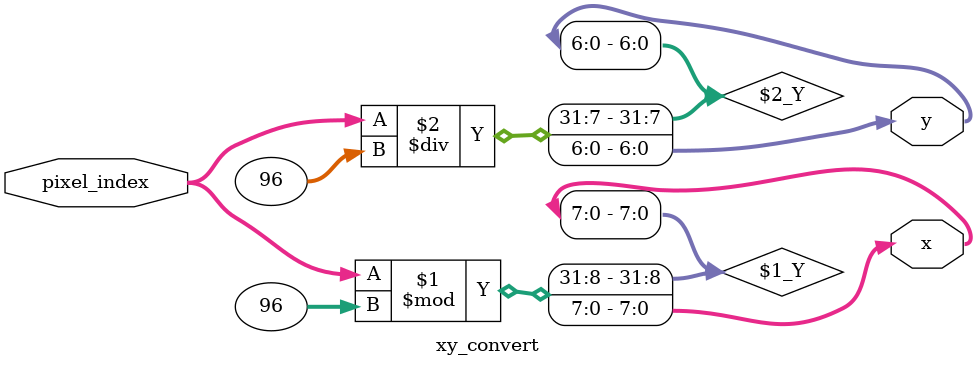
<source format=v>
module xy_convert(input [12:0] pixel_index, output [7:0] x, output [6:0] y);
assign x = pixel_index % 96;
assign y = pixel_index / 96;
endmodule

</source>
